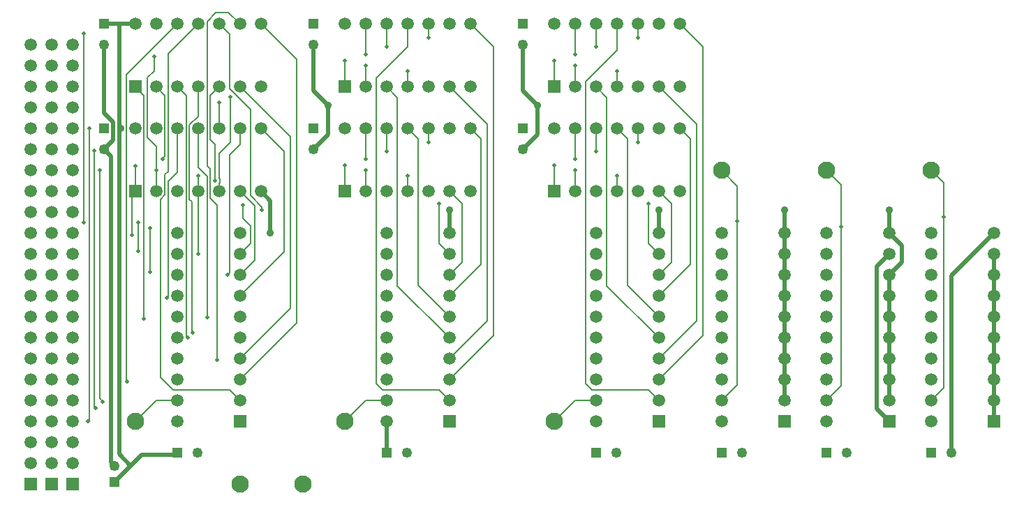
<source format=gbl>
G04*
G04 #@! TF.GenerationSoftware,Altium Limited,Altium Designer,21.9.1 (22)*
G04*
G04 Layer_Physical_Order=2*
G04 Layer_Color=16711680*
%FSLAX25Y25*%
%MOIN*%
G70*
G04*
G04 #@! TF.SameCoordinates,41B03F93-E77C-4B30-8DF4-A515214C2069*
G04*
G04*
G04 #@! TF.FilePolarity,Positive*
G04*
G01*
G75*
%ADD25C,0.02000*%
%ADD26C,0.00800*%
%ADD27C,0.08268*%
%ADD28R,0.04921X0.04921*%
%ADD29C,0.04921*%
%ADD30R,0.04921X0.04921*%
%ADD31R,0.05906X0.05906*%
%ADD32C,0.05906*%
%ADD33R,0.05906X0.05906*%
%ADD34C,0.05906*%
%ADD35R,0.05906X0.05906*%
%ADD36C,0.02000*%
%ADD37C,0.03500*%
D25*
X310000Y240000D02*
Y251000D01*
X410000Y240000D02*
Y251000D01*
X520000Y240000D02*
Y251000D01*
X470000Y240000D02*
Y251000D01*
X220000Y260000D02*
X224500Y255500D01*
Y240000D02*
Y255500D01*
X145000Y280157D02*
X148500Y276658D01*
Y130437D02*
X150000Y128937D01*
X148500Y130437D02*
Y276658D01*
X152500Y134311D02*
Y289500D01*
Y134311D02*
X157874Y128937D01*
X152897Y290000D02*
X152949Y290051D01*
X152500Y289500D02*
X153000Y290000D01*
X152500Y290500D02*
X153000Y290000D01*
X152500Y290500D02*
Y340000D01*
X514000Y156000D02*
X520000Y150000D01*
X514000Y156000D02*
Y224000D01*
X520000Y230000D01*
X549843Y219843D02*
X570000Y240000D01*
X549843Y135000D02*
Y219843D01*
X145000Y280157D02*
X149261Y284418D01*
Y293206D01*
X145000Y297467D02*
X149261Y293206D01*
X145000Y297467D02*
Y330157D01*
X252000Y287158D02*
Y301000D01*
X245000Y280157D02*
X252000Y287158D01*
X245000Y308000D02*
X252000Y301000D01*
X245000Y308000D02*
Y330157D01*
X345000Y308000D02*
X352000Y301000D01*
X345000Y308000D02*
Y330157D01*
Y280157D02*
X352000Y287158D01*
Y301000D01*
X145000Y340000D02*
X152500D01*
X160000D01*
X157874Y128937D02*
X162937Y134000D01*
X179000D02*
X180000Y135000D01*
X162937Y134000D02*
X179000D01*
X150000Y121063D02*
X157874Y128937D01*
X520000Y210000D02*
Y220000D01*
Y200000D02*
Y210000D01*
Y190000D02*
Y200000D01*
Y180000D02*
Y190000D01*
Y170000D02*
Y180000D01*
Y160000D02*
Y170000D01*
Y220000D02*
X526000Y226000D01*
Y234000D01*
X520000Y240000D02*
X526000Y234000D01*
X570000Y220000D02*
Y230000D01*
Y210000D02*
Y220000D01*
Y200000D02*
Y210000D01*
Y190000D02*
Y200000D01*
Y180000D02*
Y190000D01*
Y170000D02*
Y180000D01*
Y160000D02*
Y170000D01*
Y150000D02*
Y160000D01*
X470000Y230000D02*
Y240000D01*
Y220000D02*
Y230000D01*
Y210000D02*
Y220000D01*
Y200000D02*
Y210000D01*
Y190000D02*
Y200000D01*
Y180000D02*
Y190000D01*
Y170000D02*
Y180000D01*
Y160000D02*
Y170000D01*
X280000Y135000D02*
Y150000D01*
D26*
X440000Y270000D02*
X447458Y262542D01*
Y245753D02*
Y262542D01*
X440000Y160000D02*
X447458Y167458D01*
Y245753D01*
X546000Y247750D02*
Y264000D01*
Y166000D02*
Y247750D01*
X490000Y270000D02*
X497000Y263000D01*
Y243000D02*
Y263000D01*
X490000Y160000D02*
X497000Y167000D01*
Y243000D01*
X220500Y251000D02*
Y252500D01*
X161500Y231500D02*
Y245000D01*
X167000Y221500D02*
Y242500D01*
X158500Y239000D02*
Y258500D01*
X160000Y260000D01*
Y272000D01*
X164153Y199153D02*
Y305847D01*
X210000Y230000D02*
X215000Y235000D01*
X211500Y247000D02*
X215000Y243500D01*
Y235000D02*
Y243500D01*
X210000Y260000D02*
X217000Y253000D01*
X210000Y220000D02*
X217000Y227000D01*
Y253000D01*
X231000Y231000D02*
Y279000D01*
X234000Y204000D02*
Y286000D01*
X237000Y197000D02*
Y323000D01*
X220000Y340000D02*
X237000Y323000D01*
X210000Y210000D02*
X231000Y231000D01*
X210000Y310000D02*
X234000Y286000D01*
X210000Y180000D02*
X234000Y204000D01*
X210000Y170000D02*
X237000Y197000D01*
X220000Y290000D02*
X231000Y279000D01*
X205000Y221000D02*
Y277500D01*
X410000Y310000D02*
X428000Y292000D01*
X410000Y180000D02*
X428000Y198000D01*
X143000Y161000D02*
X144500Y159500D01*
X143000Y161000D02*
Y270000D01*
X140500Y157000D02*
Y279500D01*
Y157000D02*
X141000Y156500D01*
X155847Y315847D02*
X180000Y340000D01*
X155847Y169153D02*
Y315847D01*
X370000Y160000D02*
X380000D01*
X360000Y150000D02*
X370000Y160000D01*
X270000D02*
X280000D01*
X260000Y150000D02*
X270000Y160000D01*
X138000Y150500D02*
Y290000D01*
X170000Y160000D02*
X180000D01*
X160000Y150000D02*
X170000Y160000D01*
X135500Y245000D02*
Y335500D01*
X137500Y150000D02*
X138000Y150500D01*
X400000Y333500D02*
Y340000D01*
X300000Y333500D02*
Y340000D01*
X215000Y258000D02*
Y299127D01*
Y258000D02*
X220500Y252500D01*
X211500Y247000D02*
Y253500D01*
X205000Y309127D02*
X215000Y299127D01*
X205000Y309127D02*
Y335000D01*
X200000Y340000D02*
X205000Y335000D01*
X194247Y341247D02*
X198500Y345500D01*
X204500D02*
X210000Y340000D01*
X198500Y345500D02*
X204500D01*
X155847Y169153D02*
X156000Y169000D01*
X195847Y256653D02*
X199000Y253500D01*
X195847Y256653D02*
Y270653D01*
X199000Y179500D02*
Y253500D01*
X194247Y261626D02*
Y267253D01*
X190000Y271500D02*
X194247Y267253D01*
X198000Y265000D02*
X198047D01*
X200000Y266159D02*
X200247Y265911D01*
X200000Y260000D02*
Y263842D01*
X200247Y264089D01*
X194247Y272253D02*
Y341247D01*
Y272253D02*
X195847Y270653D01*
X200247Y264089D02*
Y265911D01*
X200000Y266159D02*
Y278000D01*
X198000Y265000D02*
Y282500D01*
X194247Y199747D02*
Y261626D01*
X195847Y284653D02*
Y288280D01*
Y284653D02*
X198000Y282500D01*
X195847Y288280D02*
Y291720D01*
Y305847D02*
X200000Y310000D01*
X195847Y291720D02*
Y305847D01*
X200000Y278000D02*
X205500Y283500D01*
X190000Y260000D02*
Y267500D01*
Y271500D02*
Y290000D01*
X170000Y260000D02*
Y270000D01*
Y281500D01*
X187000Y193000D02*
X187500Y192500D01*
X187000Y193000D02*
Y220000D01*
X185847Y256153D02*
Y291720D01*
X187000Y220000D02*
Y255000D01*
X185847Y256153D02*
X187000Y255000D01*
X184247Y190875D02*
X185122Y190000D01*
X184247Y190875D02*
Y287617D01*
X190000Y295873D02*
Y310000D01*
X185847Y291720D02*
X190000Y295873D01*
X180000Y310000D02*
X184247Y305753D01*
Y292383D02*
Y305753D01*
Y287617D02*
Y292383D01*
X540000Y160000D02*
X546000Y166000D01*
X540000Y270000D02*
X546000Y264000D01*
X174153Y258280D02*
Y268000D01*
X175753Y269600D02*
Y325753D01*
X174153Y268000D02*
X175753Y269600D01*
X174153Y276653D02*
Y288280D01*
X173000Y275500D02*
X174153Y276653D01*
X170000Y310000D02*
X174153Y305847D01*
Y291720D02*
Y305847D01*
X175753Y325753D02*
X190000Y340000D01*
X174153Y288280D02*
Y291720D01*
X165847Y285653D02*
X170000Y281500D01*
X200000Y290000D02*
Y302500D01*
X205500Y283500D02*
Y305000D01*
X210000Y282500D02*
Y290000D01*
X205000Y277500D02*
X210000Y282500D01*
X169000Y317500D02*
Y324500D01*
X165847Y285653D02*
Y314347D01*
X169000Y317500D01*
X310000Y260000D02*
X316000Y254000D01*
X310000Y220000D02*
X316000Y226000D01*
Y254000D01*
X180000Y269000D02*
Y290000D01*
X375000Y168000D02*
Y312500D01*
X390000Y327500D01*
Y340000D01*
X380000Y329000D02*
Y340000D01*
X290000Y310000D02*
Y317500D01*
X275000Y168000D02*
Y314000D01*
X290000Y329000D01*
Y340000D01*
X280000Y329000D02*
Y340000D01*
X270000Y325500D02*
Y340000D01*
X370000Y325500D02*
Y340000D01*
Y275500D02*
Y290000D01*
X380000Y279000D02*
Y290000D01*
X280000Y279000D02*
Y290000D01*
X270000Y275500D02*
Y290000D01*
X260000Y260000D02*
Y272500D01*
X380873Y165000D02*
X405000D01*
X378000D02*
X380873D01*
X280873D02*
X305000D01*
X278000D02*
X280873D01*
X260000Y310000D02*
Y322500D01*
X400000Y283500D02*
Y290000D01*
X300000Y283500D02*
Y290000D01*
X390000Y310000D02*
Y317500D01*
X370000Y310000D02*
Y320000D01*
X360000Y310000D02*
Y322500D01*
X270000Y310000D02*
Y320000D01*
X360000Y260000D02*
Y272500D01*
X270000Y260000D02*
Y270000D01*
X370000Y260000D02*
Y270000D01*
X375000Y168000D02*
X378000Y165000D01*
X390000Y260000D02*
Y267500D01*
X290000Y260000D02*
Y267500D01*
X164000Y199000D02*
X164153Y199153D01*
X160000Y310000D02*
X164153Y305847D01*
X175847Y209847D02*
Y264847D01*
X180000Y269000D01*
X172000Y256127D02*
X174153Y258280D01*
X172000Y171000D02*
Y256127D01*
X175000Y209000D02*
X175847Y209847D01*
X172000Y171000D02*
X178000Y165000D01*
X204000Y220000D02*
X205000Y221000D01*
X190000Y230000D02*
Y260000D01*
X178000Y165000D02*
X205000D01*
X210000Y160000D01*
X285122Y214878D02*
X310000Y190000D01*
X295000Y215000D02*
X310000Y200000D01*
X320000Y290000D02*
X325000Y285000D01*
X310000Y170000D02*
X331000Y191000D01*
Y329000D01*
X310000Y210000D02*
X325000Y225000D01*
X310000Y180000D02*
X328000Y198000D01*
X310000Y310000D02*
X328000Y292000D01*
X325000Y225000D02*
Y285000D01*
X328000Y198000D02*
Y292000D01*
X320000Y340000D02*
X331000Y329000D01*
X290000Y290000D02*
X295000Y285000D01*
Y215000D02*
Y285000D01*
X285122Y214878D02*
Y304878D01*
X280000Y310000D02*
X285122Y304878D01*
X275000Y168000D02*
X278000Y165000D01*
X305000D02*
X310000Y160000D01*
X305000Y235000D02*
X310000Y230000D01*
X305000Y235000D02*
Y254000D01*
X405000Y165000D02*
X410000Y160000D01*
X380000Y310000D02*
X385122Y304878D01*
Y214878D02*
Y304878D01*
X395000Y215000D02*
Y285000D01*
X390000Y290000D02*
X395000Y285000D01*
X420000Y340000D02*
X431000Y329000D01*
X428000Y198000D02*
Y292000D01*
X425000Y225000D02*
Y285000D01*
X410000Y210000D02*
X425000Y225000D01*
X416000Y226000D02*
Y254000D01*
X410000Y220000D02*
X416000Y226000D01*
X410000Y260000D02*
X416000Y254000D01*
X431000Y191000D02*
Y329000D01*
X410000Y170000D02*
X431000Y191000D01*
X420000Y290000D02*
X425000Y285000D01*
X405000Y235000D02*
Y254000D01*
Y235000D02*
X410000Y230000D01*
X395000Y215000D02*
X410000Y200000D01*
X385122Y214878D02*
X410000Y190000D01*
D27*
X490000Y270000D02*
D03*
X440000D02*
D03*
X540000D02*
D03*
X360000Y150000D02*
D03*
X260000D02*
D03*
X160000D02*
D03*
X210000Y120000D02*
D03*
X240000D02*
D03*
D28*
X150000Y121063D02*
D03*
X345000Y290000D02*
D03*
Y340000D02*
D03*
X245000D02*
D03*
Y290000D02*
D03*
X145000D02*
D03*
Y340000D02*
D03*
D29*
X150000Y128937D02*
D03*
X345000Y280157D02*
D03*
Y330157D02*
D03*
X245000D02*
D03*
Y280157D02*
D03*
X145000D02*
D03*
Y330157D02*
D03*
X189842Y135000D02*
D03*
X289843D02*
D03*
X389843D02*
D03*
X449843D02*
D03*
X499843D02*
D03*
X549843D02*
D03*
D30*
X180000D02*
D03*
X280000D02*
D03*
X380000D02*
D03*
X440000D02*
D03*
X490000D02*
D03*
X540000D02*
D03*
D31*
X120000Y120000D02*
D03*
X130000D02*
D03*
X110000D02*
D03*
D32*
X120000Y130000D02*
D03*
Y140000D02*
D03*
Y150000D02*
D03*
Y160000D02*
D03*
Y170000D02*
D03*
Y180000D02*
D03*
Y190000D02*
D03*
Y200000D02*
D03*
Y210000D02*
D03*
Y220000D02*
D03*
Y230000D02*
D03*
Y240000D02*
D03*
Y250000D02*
D03*
Y260000D02*
D03*
Y270000D02*
D03*
Y280000D02*
D03*
Y290000D02*
D03*
Y300000D02*
D03*
Y310000D02*
D03*
Y320000D02*
D03*
Y330000D02*
D03*
X130000Y130000D02*
D03*
Y140000D02*
D03*
Y150000D02*
D03*
Y160000D02*
D03*
Y170000D02*
D03*
Y180000D02*
D03*
Y190000D02*
D03*
Y200000D02*
D03*
Y210000D02*
D03*
Y220000D02*
D03*
Y230000D02*
D03*
Y240000D02*
D03*
Y250000D02*
D03*
Y260000D02*
D03*
Y270000D02*
D03*
Y280000D02*
D03*
Y290000D02*
D03*
Y300000D02*
D03*
Y310000D02*
D03*
Y320000D02*
D03*
Y330000D02*
D03*
X180000Y160000D02*
D03*
X440000D02*
D03*
X540000D02*
D03*
X490000D02*
D03*
X380000D02*
D03*
X280000D02*
D03*
X110000Y330000D02*
D03*
Y320000D02*
D03*
Y310000D02*
D03*
Y300000D02*
D03*
Y290000D02*
D03*
Y280000D02*
D03*
Y270000D02*
D03*
Y260000D02*
D03*
Y250000D02*
D03*
Y240000D02*
D03*
Y230000D02*
D03*
Y220000D02*
D03*
Y210000D02*
D03*
Y200000D02*
D03*
Y190000D02*
D03*
Y180000D02*
D03*
Y170000D02*
D03*
Y160000D02*
D03*
Y150000D02*
D03*
Y140000D02*
D03*
Y130000D02*
D03*
D33*
X210000Y150000D02*
D03*
X470000D02*
D03*
X570000D02*
D03*
X520000D02*
D03*
X410000D02*
D03*
X310000D02*
D03*
D34*
X210000Y160000D02*
D03*
Y170000D02*
D03*
Y180000D02*
D03*
Y190000D02*
D03*
Y200000D02*
D03*
Y210000D02*
D03*
Y220000D02*
D03*
Y230000D02*
D03*
Y240000D02*
D03*
X180000Y150000D02*
D03*
Y170000D02*
D03*
Y180000D02*
D03*
Y190000D02*
D03*
Y200000D02*
D03*
Y210000D02*
D03*
Y220000D02*
D03*
Y230000D02*
D03*
Y240000D02*
D03*
X440000D02*
D03*
Y230000D02*
D03*
Y220000D02*
D03*
Y210000D02*
D03*
Y200000D02*
D03*
Y190000D02*
D03*
Y180000D02*
D03*
Y170000D02*
D03*
Y150000D02*
D03*
X470000Y240000D02*
D03*
Y230000D02*
D03*
Y220000D02*
D03*
Y210000D02*
D03*
Y200000D02*
D03*
Y190000D02*
D03*
Y180000D02*
D03*
Y170000D02*
D03*
Y160000D02*
D03*
X540000Y240000D02*
D03*
Y230000D02*
D03*
Y220000D02*
D03*
Y210000D02*
D03*
Y200000D02*
D03*
Y190000D02*
D03*
Y180000D02*
D03*
Y170000D02*
D03*
Y150000D02*
D03*
X570000Y240000D02*
D03*
Y230000D02*
D03*
Y220000D02*
D03*
Y210000D02*
D03*
Y200000D02*
D03*
Y190000D02*
D03*
Y180000D02*
D03*
Y170000D02*
D03*
Y160000D02*
D03*
X490000Y240000D02*
D03*
Y230000D02*
D03*
Y220000D02*
D03*
Y210000D02*
D03*
Y200000D02*
D03*
Y190000D02*
D03*
Y180000D02*
D03*
Y170000D02*
D03*
Y150000D02*
D03*
X520000Y240000D02*
D03*
Y230000D02*
D03*
Y220000D02*
D03*
Y210000D02*
D03*
Y200000D02*
D03*
Y190000D02*
D03*
Y180000D02*
D03*
Y170000D02*
D03*
Y160000D02*
D03*
X370000Y260000D02*
D03*
X380000D02*
D03*
X390000D02*
D03*
X400000D02*
D03*
X410000D02*
D03*
X420000D02*
D03*
X360000Y290000D02*
D03*
X370000D02*
D03*
X380000D02*
D03*
X390000D02*
D03*
X400000D02*
D03*
X410000D02*
D03*
X420000D02*
D03*
X380000Y240000D02*
D03*
Y230000D02*
D03*
Y220000D02*
D03*
Y210000D02*
D03*
Y200000D02*
D03*
Y190000D02*
D03*
Y180000D02*
D03*
Y170000D02*
D03*
Y150000D02*
D03*
X410000Y240000D02*
D03*
Y230000D02*
D03*
Y220000D02*
D03*
Y210000D02*
D03*
Y200000D02*
D03*
Y190000D02*
D03*
Y180000D02*
D03*
Y170000D02*
D03*
Y160000D02*
D03*
X370000Y310000D02*
D03*
X380000D02*
D03*
X390000D02*
D03*
X400000D02*
D03*
X410000D02*
D03*
X420000D02*
D03*
X360000Y340000D02*
D03*
X370000D02*
D03*
X380000D02*
D03*
X390000D02*
D03*
X400000D02*
D03*
X410000D02*
D03*
X420000D02*
D03*
X270000Y260000D02*
D03*
X280000D02*
D03*
X290000D02*
D03*
X300000D02*
D03*
X310000D02*
D03*
X320000D02*
D03*
X260000Y290000D02*
D03*
X270000D02*
D03*
X280000D02*
D03*
X290000D02*
D03*
X300000D02*
D03*
X310000D02*
D03*
X320000D02*
D03*
X280000Y240000D02*
D03*
Y230000D02*
D03*
Y220000D02*
D03*
Y210000D02*
D03*
Y200000D02*
D03*
Y190000D02*
D03*
Y180000D02*
D03*
Y170000D02*
D03*
Y150000D02*
D03*
X310000Y240000D02*
D03*
Y230000D02*
D03*
Y220000D02*
D03*
Y210000D02*
D03*
Y200000D02*
D03*
Y190000D02*
D03*
Y180000D02*
D03*
Y170000D02*
D03*
Y160000D02*
D03*
X270000Y310000D02*
D03*
X280000D02*
D03*
X290000D02*
D03*
X300000D02*
D03*
X310000D02*
D03*
X320000D02*
D03*
X260000Y340000D02*
D03*
X270000D02*
D03*
X280000D02*
D03*
X290000D02*
D03*
X300000D02*
D03*
X310000D02*
D03*
X320000D02*
D03*
X170000Y260000D02*
D03*
X180000D02*
D03*
X190000D02*
D03*
X200000D02*
D03*
X210000D02*
D03*
X220000D02*
D03*
X160000Y290000D02*
D03*
X170000D02*
D03*
X180000D02*
D03*
X190000D02*
D03*
X200000D02*
D03*
X210000D02*
D03*
X220000D02*
D03*
X170000Y310000D02*
D03*
X180000D02*
D03*
X190000D02*
D03*
X200000D02*
D03*
X210000D02*
D03*
X220000D02*
D03*
X160000Y340000D02*
D03*
X170000D02*
D03*
X180000D02*
D03*
X190000D02*
D03*
X200000D02*
D03*
X210000D02*
D03*
X220000D02*
D03*
D35*
X360000Y260000D02*
D03*
Y310000D02*
D03*
X260000Y260000D02*
D03*
Y310000D02*
D03*
X160000Y260000D02*
D03*
Y310000D02*
D03*
D36*
X447458Y245753D02*
D03*
X546000Y247750D02*
D03*
X497000Y243000D02*
D03*
X305000Y254000D02*
D03*
X220500Y251000D02*
D03*
X405000Y254000D02*
D03*
X161500Y245000D02*
D03*
X167000Y242500D02*
D03*
Y221500D02*
D03*
X158500Y239000D02*
D03*
X161500Y231500D02*
D03*
X144500Y159500D02*
D03*
X141000Y156500D02*
D03*
X143000Y270000D02*
D03*
X140500Y279500D02*
D03*
X137500Y150000D02*
D03*
X138000Y290000D02*
D03*
X400000Y333500D02*
D03*
X300000D02*
D03*
X156000Y169000D02*
D03*
X199000Y179500D02*
D03*
X198047Y265000D02*
D03*
X194247Y199747D02*
D03*
X190000Y267500D02*
D03*
X170000Y270000D02*
D03*
X160000Y272000D02*
D03*
X187500Y192500D02*
D03*
X185122Y190000D02*
D03*
X135500Y335500D02*
D03*
Y245000D02*
D03*
X173000Y275500D02*
D03*
X200000Y302500D02*
D03*
X205500Y305000D02*
D03*
X169000Y324500D02*
D03*
X211500Y253500D02*
D03*
X390000Y317500D02*
D03*
X380000Y329000D02*
D03*
X290000Y317500D02*
D03*
X280000Y329000D02*
D03*
X270000Y325500D02*
D03*
X370000D02*
D03*
Y275500D02*
D03*
X380000Y279000D02*
D03*
X280000D02*
D03*
X270000Y275500D02*
D03*
X260000Y272500D02*
D03*
Y322500D02*
D03*
X400000Y283500D02*
D03*
X300000D02*
D03*
X370000Y320000D02*
D03*
X360000Y322500D02*
D03*
X270000Y320000D02*
D03*
X360000Y272500D02*
D03*
X270000Y270000D02*
D03*
X370000D02*
D03*
X390000Y267500D02*
D03*
X290000D02*
D03*
X164000Y199000D02*
D03*
X175000Y209000D02*
D03*
X204000Y220000D02*
D03*
X190000Y230000D02*
D03*
D37*
X310000Y251000D02*
D03*
X410000D02*
D03*
X520000D02*
D03*
X470000D02*
D03*
X224500Y240000D02*
D03*
X152897Y290000D02*
D03*
X352000Y301000D02*
D03*
X252000D02*
D03*
M02*

</source>
